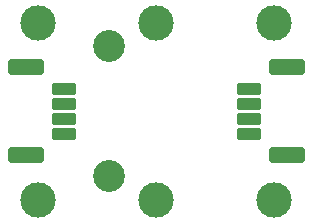
<source format=gbr>
G04 #@! TF.GenerationSoftware,KiCad,Pcbnew,(5.99.0-10394-g2e15de97e0)*
G04 #@! TF.CreationDate,2021-04-26T16:14:32+02:00*
G04 #@! TF.ProjectId,TFI2CEXT01A,54464932-4345-4585-9430-31412e6b6963,REV*
G04 #@! TF.SameCoordinates,PX78dfd90PY8290510*
G04 #@! TF.FileFunction,Soldermask,Top*
G04 #@! TF.FilePolarity,Negative*
%FSLAX46Y46*%
G04 Gerber Fmt 4.6, Leading zero omitted, Abs format (unit mm)*
G04 Created by KiCad (PCBNEW (5.99.0-10394-g2e15de97e0)) date 2021-04-26 16:14:32*
%MOMM*%
%LPD*%
G01*
G04 APERTURE LIST*
G04 Aperture macros list*
%AMRoundRect*
0 Rectangle with rounded corners*
0 $1 Rounding radius*
0 $2 $3 $4 $5 $6 $7 $8 $9 X,Y pos of 4 corners*
0 Add a 4 corners polygon primitive as box body*
4,1,4,$2,$3,$4,$5,$6,$7,$8,$9,$2,$3,0*
0 Add four circle primitives for the rounded corners*
1,1,$1+$1,$2,$3*
1,1,$1+$1,$4,$5*
1,1,$1+$1,$6,$7*
1,1,$1+$1,$8,$9*
0 Add four rect primitives between the rounded corners*
20,1,$1+$1,$2,$3,$4,$5,0*
20,1,$1+$1,$4,$5,$6,$7,0*
20,1,$1+$1,$6,$7,$8,$9,0*
20,1,$1+$1,$8,$9,$2,$3,0*%
G04 Aperture macros list end*
%ADD10C,3.000000*%
%ADD11RoundRect,0.250000X-0.800000X0.250000X-0.800000X-0.250000X0.800000X-0.250000X0.800000X0.250000X0*%
%ADD12RoundRect,0.350000X-1.200000X0.350000X-1.200000X-0.350000X1.200000X-0.350000X1.200000X0.350000X0*%
%ADD13RoundRect,0.250000X0.800000X-0.250000X0.800000X0.250000X-0.800000X0.250000X-0.800000X-0.250000X0*%
%ADD14RoundRect,0.350000X1.200000X-0.350000X1.200000X0.350000X-1.200000X0.350000X-1.200000X-0.350000X0*%
%ADD15C,2.700000*%
G04 APERTURE END LIST*
D10*
G04 #@! TO.C,M3*
X-124246000Y136906000D03*
G04 #@! TD*
G04 #@! TO.C,M4*
X-124246000Y151906000D03*
G04 #@! TD*
G04 #@! TO.C,M5*
X-104246000Y151906000D03*
G04 #@! TD*
G04 #@! TO.C,M2*
X-114246000Y151906000D03*
G04 #@! TD*
G04 #@! TO.C,M6*
X-104246000Y136906000D03*
G04 #@! TD*
G04 #@! TO.C,M1*
X-114246000Y136906000D03*
G04 #@! TD*
D11*
G04 #@! TO.C,J2*
X-122096000Y146281000D03*
X-122096000Y145031000D03*
X-122096000Y143781000D03*
X-122096000Y142531000D03*
D12*
X-125296000Y140681000D03*
X-125296000Y148131000D03*
G04 #@! TD*
D13*
G04 #@! TO.C,J4*
X-106396000Y142531000D03*
X-106396000Y143781000D03*
X-106396000Y145031000D03*
X-106396000Y146281000D03*
D14*
X-103196000Y140681000D03*
X-103196000Y148131000D03*
G04 #@! TD*
D15*
G04 #@! TO.C,D1*
X-118246000Y149906000D03*
G04 #@! TD*
G04 #@! TO.C,D3*
X-118246000Y138906000D03*
G04 #@! TD*
M02*

</source>
